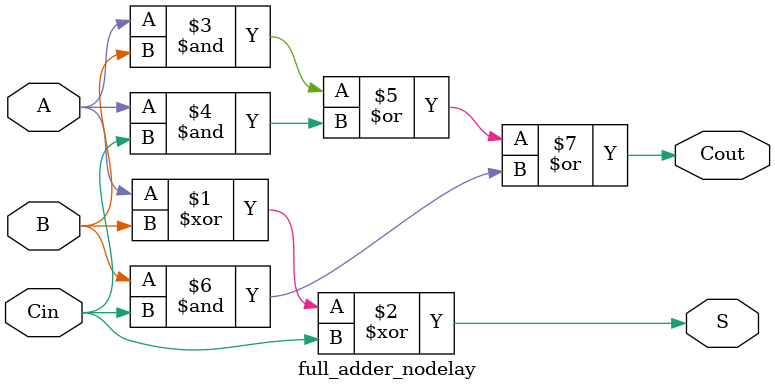
<source format=v>
module E15Process(input clk);

   // Register names
   parameter 
      Rg0 = 2'b00, Rg1 = 2'b01,
      Rg2 = 2'b10, Rg3 = 2'b11, 
      RXX = 2'b00;

   // Opcodes
   parameter
     jmp  = 4'b0000, jz   = 4'b0010,
     movi = 4'b1001, mov  = 4'b1000,
     addi = 4'b1011, add  = 4'b1010,
     subi = 4'b1101, sub  = 4'b1100,
     cmpi = 4'b1111, cmp  = 4'b1110,
     jnz  = 4'b0011;
   

   /*Processor state (actual values) */
   reg [3:0] pc;             // Program Counter
   reg       zFlag;          // Zero flag
   reg [3:0] r0, r1, r2, r3; // Registers


   /*Program storage*/
   reg [11:0] myROM [15:0]; // ROM (holds program)

   initial
     begin

        `include "program2.v"   // load the program
        
        pc = 4'b0000;           // initialize the program counter
        
     end


   /*Parts of the instruction*/
   wire [3:0] opCode;         // op code
   wire [1:0] src, dst;       // src and dst register
   wire [3:0] immData;        // "Immediate" data


   wire [3:0] pcIncr; // Program Counter Increment
   wire [3:0] pcRes;  // Output of pc ALU
   wire       pcz;    // Unused - zero flag for pc ALU
   
   wire [3:0] storeVal, operand1, operand2;

   /*ALU wires*/
   wire       addNotSub; // Determines if ALU adds or subtracts
   wire [3:0] aluOutput;    // Output (combinational) of ALU
   wire       aluOutputZero;      // Output (combinational) of ALU zero flag


   
   assign {opCode, src, dst, immData} = myROM[pc];
   assign addNotSub = ((opCode == add) | (opCode == addi));


   /*
   pcIncr is a 4-bit value representing the value
   that is to be added to the program counter
   logic: if jmp, then immData, else if jz and zFlag, 
            then immData, else if jnz and not zFlag, 
            then immData, else 1  
   */
   assign pcIncr = (opCode == jmp) ? immData :
                    (opCode == jz)  ? (zFlag ? immData : 4'b0001) :
                    (opCode == jnz) ? (zFlag ? 4'b0001 : immData) : 
                    4'b0001;
  
   /*
   storeVal is a 4-bit value representing the value that
   is to be stored in the destination register, for
   instructions that write to it
   logic: If mov, then src (0 if RXX)), 
          else if movi, then immData 
          else aluOutput
   */
   assign storeVal = (opCode == mov) ? (src == Rg0) ? r0 :
                                        (src == Rg1) ? r1 :
                                        (src == Rg2) ? r2 :
                                        (src == Rg3) ? r3 : 4'bz :
                      (opCode == movi) ? immData : aluOutput;
   
   /* 
   operand1 is a 4-bit value representing the first operand
   to be passed into the ALU
   logic: If addi, subi, cmpi, then immData
          else if src is Rg0, then r0
          else if src is Rg1, then r1
          else if src is Rg2, then r2
          else if src is Rg3, then r3
          else 0 (RXX)
   */
   assign operand1 = (opCode == addi | opCode == subi | opCode == cmpi) ? immData :
                     (src == Rg0) ? r0 :
                     (src == Rg1) ? r1 :
                     (src == Rg2) ? r2 :
                     (src == Rg3) ? r3 : 4'bz; 
   
   /*
   operand1 is a 4-bit value representing the second operand
   to be passed into the ALU
   logic: If dst is Rg0, then r0
          else if dst is Rg1, then r1
          else if dst is Rg2, then r2
          else if dst is Rg3, then r3
          else 0 (RXX)
   */
   assign operand2 = (dst == Rg0) ? r0 :
                     (dst == Rg1) ? r1 :
                     (dst == Rg2) ? r2 :
                     (dst == Rg3) ? r3 : 4'bz;

   always @(posedge clk)
      begin 

        // Update zero flag
        case(opCode)
          addi, add, subi, sub, cmpi, cmp:
            begin
               zFlag <= aluOutputZero; // taken care of by dataALU
            end
        endcase

        // update destination register
        case(opCode)
          movi, mov, add, addi, sub, subi:
            case(dst) // switch statement, will store storeVal in appropriate register
              Rg0: r0 <= storeVal;
              Rg1: r1 <= storeVal;
              Rg2: r2 <= storeVal;
              Rg3: r3 <= storeVal;
            endcase
        endcase

        // Update program counter
        pc <= pcRes; // taken care of by pcALU
 
     end

   // inputs/outputs:        add/sub, operand1, operand2, zero flag, operation result
   simpleALU dataALU(addNotSub, operand1, operand2, aluOutputZero, aluOutput);
   // input is always add
   simpleALU pcALU(1'b1, pc, pcIncr, pcz, pcRes);

endmodule


module simpleALU(
    input addNotSub,
    input [3:0] src, dst,
    output zFlag,
    output [3:0] res);
    wire Cout;

    fourbit_adder the_adder(dst, addNotSub ? src : ~src, ~addNotSub, res, Cout);

    assign zFlag = !(res);

endmodule

module fourbit_adder(A,B, Cin, S, Cout);

    input [3:0] A;
    input [3:0] B;
    input Cin;
    output[3:0] S;
    output Cout;

    wire temp0, temp1, temp2;

    full_adder_nodelay first(A[0], B[0], Cin, S[0], temp0);
    full_adder_nodelay second(A[1], B[1], temp0, S[1], temp1);
    full_adder_nodelay third(A[2], B[2], temp1, S[2], temp2);
    full_adder_nodelay fourth(A[3], B[3], temp2, S[3], Cout);

endmodule

module full_adder_nodelay(A, B, Cin, S, Cout);

    input A, B, Cin;
    output S, Cout;

    assign S = A ^ B ^ Cin;
    assign Cout = (A & B) | (A & Cin) | (B & Cin);

endmodule



//ra0Eequ6ucie6Jei0koh6phishohm9
</source>
